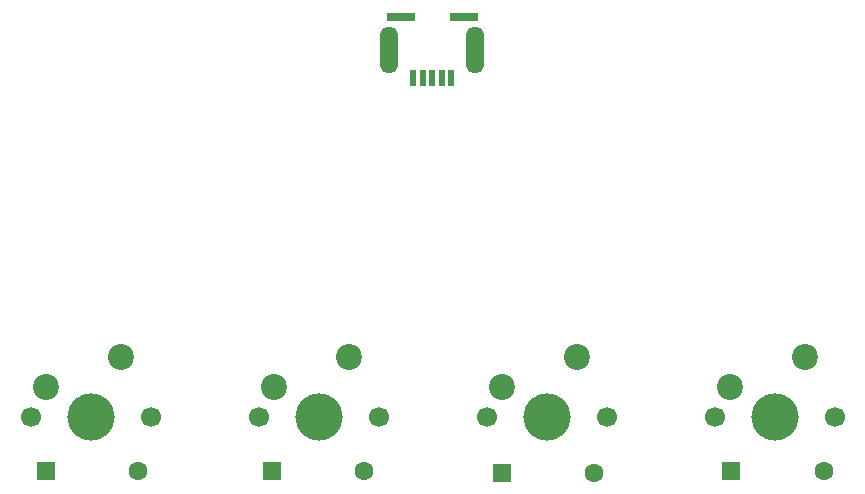
<source format=gts>
%TF.GenerationSoftware,KiCad,Pcbnew,(5.1.9)-1*%
%TF.CreationDate,2021-01-03T12:45:44+00:00*%
%TF.ProjectId,Mechro_4K_PCB,4d656368-726f-45f3-944b-5f5043422e6b,rev?*%
%TF.SameCoordinates,Original*%
%TF.FileFunction,Soldermask,Top*%
%TF.FilePolarity,Negative*%
%FSLAX46Y46*%
G04 Gerber Fmt 4.6, Leading zero omitted, Abs format (unit mm)*
G04 Created by KiCad (PCBNEW (5.1.9)-1) date 2021-01-03 12:45:44*
%MOMM*%
%LPD*%
G01*
G04 APERTURE LIST*
%ADD10C,1.600000*%
%ADD11R,1.600000X1.600000*%
%ADD12O,1.500000X4.000000*%
%ADD13R,0.500000X1.400000*%
%ADD14R,2.350000X0.800000*%
%ADD15C,2.200000*%
%ADD16C,4.000000*%
%ADD17C,1.700000*%
G04 APERTURE END LIST*
D10*
%TO.C,D1*%
X167800000Y-73700000D03*
D11*
X160000000Y-73700000D03*
%TD*%
%TO.C,D2*%
X121125000Y-73700000D03*
D10*
X128925000Y-73700000D03*
%TD*%
%TO.C,D3*%
X148350000Y-73818750D03*
D11*
X140550000Y-73818750D03*
%TD*%
%TO.C,D4*%
X101925000Y-73700000D03*
D10*
X109725000Y-73700000D03*
%TD*%
D12*
%TO.C,J1*%
X131025000Y-38000000D03*
X138325000Y-38000000D03*
D13*
X133075000Y-40400000D03*
X133875000Y-40400000D03*
X134675000Y-40400000D03*
X135475000Y-40400000D03*
X136275000Y-40400000D03*
D14*
X137350000Y-35200000D03*
X132000000Y-35200000D03*
%TD*%
D15*
%TO.C,K1*%
X166181250Y-64051251D03*
X159831250Y-66591251D03*
D16*
X163641250Y-69131251D03*
D17*
X158561250Y-69131251D03*
X168721250Y-69131251D03*
%TD*%
D15*
%TO.C,K2*%
X127590001Y-64051251D03*
X121240001Y-66591251D03*
D16*
X125050001Y-69131251D03*
D17*
X119970001Y-69131251D03*
X130130001Y-69131251D03*
%TD*%
%TO.C,K3*%
X149430001Y-69131251D03*
X139270001Y-69131251D03*
D16*
X144350001Y-69131251D03*
D15*
X140540001Y-66591251D03*
X146890001Y-64051251D03*
%TD*%
D17*
%TO.C,K4*%
X110821250Y-69131251D03*
X100661250Y-69131251D03*
D16*
X105741250Y-69131251D03*
D15*
X101931250Y-66591251D03*
X108281250Y-64051251D03*
%TD*%
M02*

</source>
